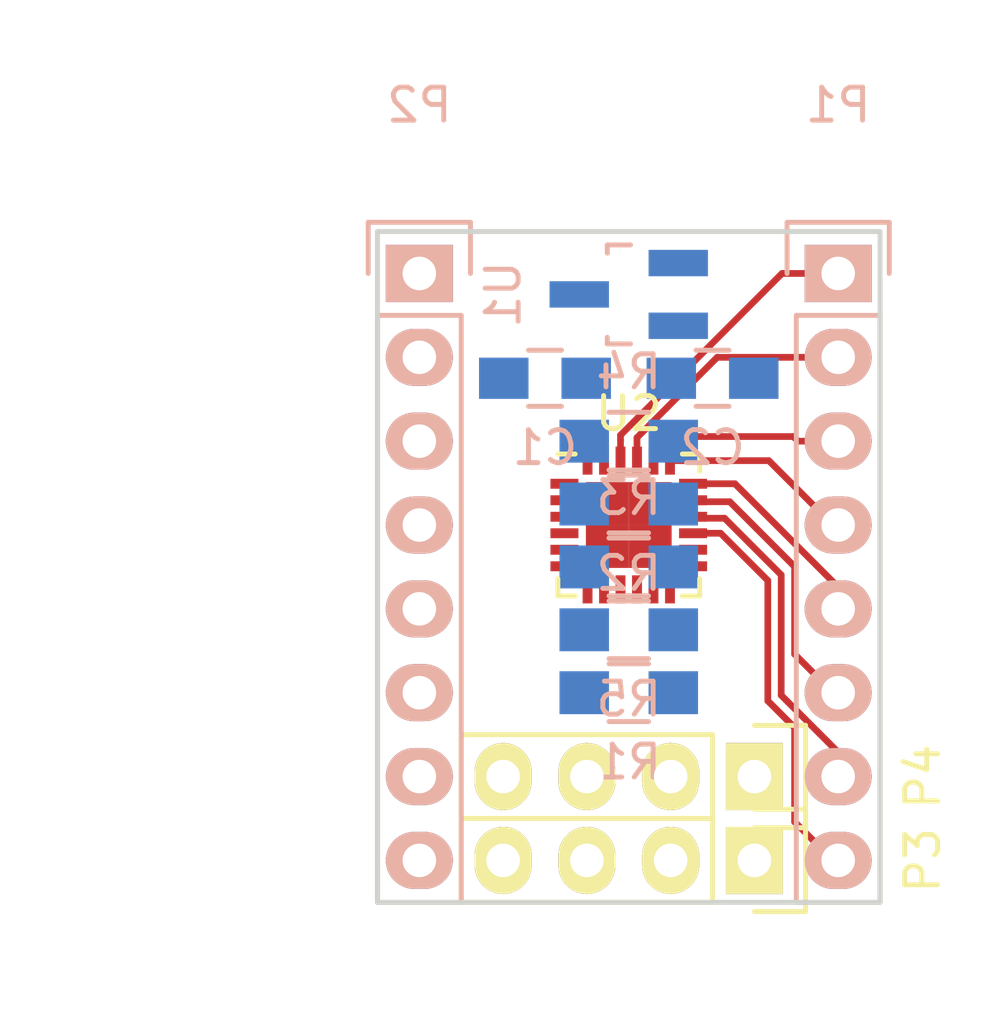
<source format=kicad_pcb>
(kicad_pcb (version 4) (host pcbnew 4.0.1-stable)

  (general
    (links 43)
    (no_connects 35)
    (area 114.884287 88.59 144.811534 119.411533)
    (thickness 1.6)
    (drawings 6)
    (tracks 42)
    (zones 0)
    (modules 13)
    (nets 27)
  )

  (page A4)
  (layers
    (0 F.Cu signal)
    (31 B.Cu signal)
    (32 B.Adhes user)
    (33 F.Adhes user)
    (34 B.Paste user)
    (35 F.Paste user)
    (36 B.SilkS user)
    (37 F.SilkS user)
    (38 B.Mask user)
    (39 F.Mask user)
    (40 Dwgs.User user)
    (41 Cmts.User user)
    (42 Eco1.User user)
    (43 Eco2.User user)
    (44 Edge.Cuts user)
    (45 Margin user)
    (46 B.CrtYd user)
    (47 F.CrtYd user)
    (48 B.Fab user)
    (49 F.Fab user)
  )

  (setup
    (last_trace_width 0.1524)
    (trace_clearance 0.1524)
    (zone_clearance 0.508)
    (zone_45_only no)
    (trace_min 0.1524)
    (segment_width 0.2)
    (edge_width 0.15)
    (via_size 0.6858)
    (via_drill 0.3302)
    (via_min_size 0.6858)
    (via_min_drill 0.3302)
    (uvia_size 0.254)
    (uvia_drill 0.127)
    (uvias_allowed no)
    (uvia_min_size 0.254)
    (uvia_min_drill 0.127)
    (pcb_text_width 0.3)
    (pcb_text_size 1.5 1.5)
    (mod_edge_width 0.15)
    (mod_text_size 1 1)
    (mod_text_width 0.15)
    (pad_size 1.524 1.524)
    (pad_drill 0.762)
    (pad_to_mask_clearance 0.2)
    (aux_axis_origin 0 0)
    (visible_elements 7FFFF7FF)
    (pcbplotparams
      (layerselection 0x00030_80000001)
      (usegerberextensions false)
      (excludeedgelayer true)
      (linewidth 0.101600)
      (plotframeref false)
      (viasonmask false)
      (mode 1)
      (useauxorigin false)
      (hpglpennumber 1)
      (hpglpenspeed 20)
      (hpglpendiameter 15)
      (hpglpenoverlay 2)
      (psnegative false)
      (psa4output false)
      (plotreference true)
      (plotvalue true)
      (plotinvisibletext false)
      (padsonsilk false)
      (subtractmaskfromsilk false)
      (outputformat 1)
      (mirror false)
      (drillshape 1)
      (scaleselection 1)
      (outputdirectory ""))
  )

  (net 0 "")
  (net 1 /VIN)
  (net 2 GND)
  (net 3 +3V3)
  (net 4 /CS1)
  (net 5 /CS2)
  (net 6 /CS3)
  (net 7 /CS4)
  (net 8 /CS5)
  (net 9 /CS6)
  (net 10 /CS7)
  (net 11 /SDA/MISO)
  (net 12 /SCK)
  (net 13 /MOSI)
  (net 14 /CS)
  (net 15 /RESET)
  (net 16 /IRQ)
  (net 17 "Net-(R3-Pad1)")
  (net 18 "Net-(P3-Pad1)")
  (net 19 "Net-(P3-Pad2)")
  (net 20 "Net-(P3-Pad3)")
  (net 21 "Net-(P3-Pad4)")
  (net 22 "Net-(P4-Pad1)")
  (net 23 "Net-(P4-Pad2)")
  (net 24 "Net-(P4-Pad3)")
  (net 25 "Net-(P4-Pad4)")
  (net 26 /CS8)

  (net_class Default "This is the default net class."
    (clearance 0.1524)
    (trace_width 0.1524)
    (via_dia 0.6858)
    (via_drill 0.3302)
    (uvia_dia 0.254)
    (uvia_drill 0.127)
    (add_net +3V3)
    (add_net /CS)
    (add_net /CS1)
    (add_net /CS2)
    (add_net /CS3)
    (add_net /CS4)
    (add_net /CS5)
    (add_net /CS6)
    (add_net /CS7)
    (add_net /CS8)
    (add_net /IRQ)
    (add_net /MOSI)
    (add_net /RESET)
    (add_net /SCK)
    (add_net /SDA/MISO)
    (add_net /VIN)
    (add_net GND)
    (add_net "Net-(P3-Pad1)")
    (add_net "Net-(P3-Pad2)")
    (add_net "Net-(P3-Pad3)")
    (add_net "Net-(P3-Pad4)")
    (add_net "Net-(P4-Pad1)")
    (add_net "Net-(P4-Pad2)")
    (add_net "Net-(P4-Pad3)")
    (add_net "Net-(P4-Pad4)")
    (add_net "Net-(R3-Pad1)")
  )

  (module Pin_Headers:Pin_Header_Straight_1x04 (layer F.Cu) (tedit 0) (tstamp 572D26E8)
    (at 137.16 111.76 270)
    (descr "Through hole pin header")
    (tags "pin header")
    (path /572D41AF)
    (fp_text reference P4 (at 0 -5.1 270) (layer F.SilkS)
      (effects (font (size 1 1) (thickness 0.15)))
    )
    (fp_text value CONN_01X04 (at 0 -3.1 270) (layer F.Fab)
      (effects (font (size 1 1) (thickness 0.15)))
    )
    (fp_line (start -1.75 -1.75) (end -1.75 9.4) (layer F.CrtYd) (width 0.05))
    (fp_line (start 1.75 -1.75) (end 1.75 9.4) (layer F.CrtYd) (width 0.05))
    (fp_line (start -1.75 -1.75) (end 1.75 -1.75) (layer F.CrtYd) (width 0.05))
    (fp_line (start -1.75 9.4) (end 1.75 9.4) (layer F.CrtYd) (width 0.05))
    (fp_line (start -1.27 1.27) (end -1.27 8.89) (layer F.SilkS) (width 0.15))
    (fp_line (start 1.27 1.27) (end 1.27 8.89) (layer F.SilkS) (width 0.15))
    (fp_line (start 1.55 -1.55) (end 1.55 0) (layer F.SilkS) (width 0.15))
    (fp_line (start -1.27 8.89) (end 1.27 8.89) (layer F.SilkS) (width 0.15))
    (fp_line (start 1.27 1.27) (end -1.27 1.27) (layer F.SilkS) (width 0.15))
    (fp_line (start -1.55 0) (end -1.55 -1.55) (layer F.SilkS) (width 0.15))
    (fp_line (start -1.55 -1.55) (end 1.55 -1.55) (layer F.SilkS) (width 0.15))
    (pad 1 thru_hole rect (at 0 0 270) (size 2.032 1.7272) (drill 1.016) (layers *.Cu *.Mask F.SilkS)
      (net 22 "Net-(P4-Pad1)"))
    (pad 2 thru_hole oval (at 0 2.54 270) (size 2.032 1.7272) (drill 1.016) (layers *.Cu *.Mask F.SilkS)
      (net 23 "Net-(P4-Pad2)"))
    (pad 3 thru_hole oval (at 0 5.08 270) (size 2.032 1.7272) (drill 1.016) (layers *.Cu *.Mask F.SilkS)
      (net 24 "Net-(P4-Pad3)"))
    (pad 4 thru_hole oval (at 0 7.62 270) (size 2.032 1.7272) (drill 1.016) (layers *.Cu *.Mask F.SilkS)
      (net 25 "Net-(P4-Pad4)"))
    (model Pin_Headers.3dshapes/Pin_Header_Straight_1x04.wrl
      (at (xyz 0 -0.15 0))
      (scale (xyz 1 1 1))
      (rotate (xyz 0 0 90))
    )
  )

  (module Capacitors_SMD:C_0805_HandSoldering (layer B.Cu) (tedit 541A9B8D) (tstamp 572D21F1)
    (at 130.81 99.695)
    (descr "Capacitor SMD 0805, hand soldering")
    (tags "capacitor 0805")
    (path /572D3655)
    (attr smd)
    (fp_text reference C1 (at 0 2.1) (layer B.SilkS)
      (effects (font (size 1 1) (thickness 0.15)) (justify mirror))
    )
    (fp_text value C (at 0 -2.1) (layer B.Fab)
      (effects (font (size 1 1) (thickness 0.15)) (justify mirror))
    )
    (fp_line (start -2.3 1) (end 2.3 1) (layer B.CrtYd) (width 0.05))
    (fp_line (start -2.3 -1) (end 2.3 -1) (layer B.CrtYd) (width 0.05))
    (fp_line (start -2.3 1) (end -2.3 -1) (layer B.CrtYd) (width 0.05))
    (fp_line (start 2.3 1) (end 2.3 -1) (layer B.CrtYd) (width 0.05))
    (fp_line (start 0.5 0.85) (end -0.5 0.85) (layer B.SilkS) (width 0.15))
    (fp_line (start -0.5 -0.85) (end 0.5 -0.85) (layer B.SilkS) (width 0.15))
    (pad 1 smd rect (at -1.25 0) (size 1.5 1.25) (layers B.Cu B.Paste B.Mask)
      (net 1 /VIN))
    (pad 2 smd rect (at 1.25 0) (size 1.5 1.25) (layers B.Cu B.Paste B.Mask)
      (net 2 GND))
    (model Capacitors_SMD.3dshapes/C_0805_HandSoldering.wrl
      (at (xyz 0 0 0))
      (scale (xyz 1 1 1))
      (rotate (xyz 0 0 0))
    )
  )

  (module Capacitors_SMD:C_0805_HandSoldering (layer B.Cu) (tedit 541A9B8D) (tstamp 572D21F7)
    (at 135.89 99.695)
    (descr "Capacitor SMD 0805, hand soldering")
    (tags "capacitor 0805")
    (path /572D34E6)
    (attr smd)
    (fp_text reference C2 (at 0 2.1) (layer B.SilkS)
      (effects (font (size 1 1) (thickness 0.15)) (justify mirror))
    )
    (fp_text value C (at 0 -2.1) (layer B.Fab)
      (effects (font (size 1 1) (thickness 0.15)) (justify mirror))
    )
    (fp_line (start -2.3 1) (end 2.3 1) (layer B.CrtYd) (width 0.05))
    (fp_line (start -2.3 -1) (end 2.3 -1) (layer B.CrtYd) (width 0.05))
    (fp_line (start -2.3 1) (end -2.3 -1) (layer B.CrtYd) (width 0.05))
    (fp_line (start 2.3 1) (end 2.3 -1) (layer B.CrtYd) (width 0.05))
    (fp_line (start 0.5 0.85) (end -0.5 0.85) (layer B.SilkS) (width 0.15))
    (fp_line (start -0.5 -0.85) (end 0.5 -0.85) (layer B.SilkS) (width 0.15))
    (pad 1 smd rect (at -1.25 0) (size 1.5 1.25) (layers B.Cu B.Paste B.Mask)
      (net 3 +3V3))
    (pad 2 smd rect (at 1.25 0) (size 1.5 1.25) (layers B.Cu B.Paste B.Mask)
      (net 2 GND))
    (model Capacitors_SMD.3dshapes/C_0805_HandSoldering.wrl
      (at (xyz 0 0 0))
      (scale (xyz 1 1 1))
      (rotate (xyz 0 0 0))
    )
  )

  (module Resistors_SMD:R_0805_HandSoldering (layer B.Cu) (tedit 54189DEE) (tstamp 572D2215)
    (at 133.35 109.22)
    (descr "Resistor SMD 0805, hand soldering")
    (tags "resistor 0805")
    (path /572D1BEC)
    (attr smd)
    (fp_text reference R1 (at 0 2.1) (layer B.SilkS)
      (effects (font (size 1 1) (thickness 0.15)) (justify mirror))
    )
    (fp_text value 10k (at 0 -2.1) (layer B.Fab)
      (effects (font (size 1 1) (thickness 0.15)) (justify mirror))
    )
    (fp_line (start -2.4 1) (end 2.4 1) (layer B.CrtYd) (width 0.05))
    (fp_line (start -2.4 -1) (end 2.4 -1) (layer B.CrtYd) (width 0.05))
    (fp_line (start -2.4 1) (end -2.4 -1) (layer B.CrtYd) (width 0.05))
    (fp_line (start 2.4 1) (end 2.4 -1) (layer B.CrtYd) (width 0.05))
    (fp_line (start 0.6 -0.875) (end -0.6 -0.875) (layer B.SilkS) (width 0.15))
    (fp_line (start -0.6 0.875) (end 0.6 0.875) (layer B.SilkS) (width 0.15))
    (pad 1 smd rect (at -1.35 0) (size 1.5 1.3) (layers B.Cu B.Paste B.Mask)
      (net 12 /SCK))
    (pad 2 smd rect (at 1.35 0) (size 1.5 1.3) (layers B.Cu B.Paste B.Mask)
      (net 3 +3V3))
    (model Resistors_SMD.3dshapes/R_0805_HandSoldering.wrl
      (at (xyz 0 0 0))
      (scale (xyz 1 1 1))
      (rotate (xyz 0 0 0))
    )
  )

  (module Resistors_SMD:R_0805_HandSoldering (layer B.Cu) (tedit 54189DEE) (tstamp 572D221B)
    (at 133.35 103.505)
    (descr "Resistor SMD 0805, hand soldering")
    (tags "resistor 0805")
    (path /572D1BC7)
    (attr smd)
    (fp_text reference R2 (at 0 2.1) (layer B.SilkS)
      (effects (font (size 1 1) (thickness 0.15)) (justify mirror))
    )
    (fp_text value 10k (at 0 -2.1) (layer B.Fab)
      (effects (font (size 1 1) (thickness 0.15)) (justify mirror))
    )
    (fp_line (start -2.4 1) (end 2.4 1) (layer B.CrtYd) (width 0.05))
    (fp_line (start -2.4 -1) (end 2.4 -1) (layer B.CrtYd) (width 0.05))
    (fp_line (start -2.4 1) (end -2.4 -1) (layer B.CrtYd) (width 0.05))
    (fp_line (start 2.4 1) (end 2.4 -1) (layer B.CrtYd) (width 0.05))
    (fp_line (start 0.6 -0.875) (end -0.6 -0.875) (layer B.SilkS) (width 0.15))
    (fp_line (start -0.6 0.875) (end 0.6 0.875) (layer B.SilkS) (width 0.15))
    (pad 1 smd rect (at -1.35 0) (size 1.5 1.3) (layers B.Cu B.Paste B.Mask)
      (net 11 /SDA/MISO))
    (pad 2 smd rect (at 1.35 0) (size 1.5 1.3) (layers B.Cu B.Paste B.Mask)
      (net 3 +3V3))
    (model Resistors_SMD.3dshapes/R_0805_HandSoldering.wrl
      (at (xyz 0 0 0))
      (scale (xyz 1 1 1))
      (rotate (xyz 0 0 0))
    )
  )

  (module Resistors_SMD:R_0805_HandSoldering (layer B.Cu) (tedit 54189DEE) (tstamp 572D2221)
    (at 133.35 105.41 180)
    (descr "Resistor SMD 0805, hand soldering")
    (tags "resistor 0805")
    (path /572D18F6)
    (attr smd)
    (fp_text reference R3 (at 0 2.1 180) (layer B.SilkS)
      (effects (font (size 1 1) (thickness 0.15)) (justify mirror))
    )
    (fp_text value 150k (at 0 -2.1 180) (layer B.Fab)
      (effects (font (size 1 1) (thickness 0.15)) (justify mirror))
    )
    (fp_line (start -2.4 1) (end 2.4 1) (layer B.CrtYd) (width 0.05))
    (fp_line (start -2.4 -1) (end 2.4 -1) (layer B.CrtYd) (width 0.05))
    (fp_line (start -2.4 1) (end -2.4 -1) (layer B.CrtYd) (width 0.05))
    (fp_line (start 2.4 1) (end 2.4 -1) (layer B.CrtYd) (width 0.05))
    (fp_line (start 0.6 -0.875) (end -0.6 -0.875) (layer B.SilkS) (width 0.15))
    (fp_line (start -0.6 0.875) (end 0.6 0.875) (layer B.SilkS) (width 0.15))
    (pad 1 smd rect (at -1.35 0 180) (size 1.5 1.3) (layers B.Cu B.Paste B.Mask)
      (net 17 "Net-(R3-Pad1)"))
    (pad 2 smd rect (at 1.35 0 180) (size 1.5 1.3) (layers B.Cu B.Paste B.Mask)
      (net 2 GND))
    (model Resistors_SMD.3dshapes/R_0805_HandSoldering.wrl
      (at (xyz 0 0 0))
      (scale (xyz 1 1 1))
      (rotate (xyz 0 0 0))
    )
  )

  (module Resistors_SMD:R_0805_HandSoldering (layer B.Cu) (tedit 54189DEE) (tstamp 572D2227)
    (at 133.35 101.6 180)
    (descr "Resistor SMD 0805, hand soldering")
    (tags "resistor 0805")
    (path /572D19A9)
    (attr smd)
    (fp_text reference R4 (at 0 2.1 180) (layer B.SilkS)
      (effects (font (size 1 1) (thickness 0.15)) (justify mirror))
    )
    (fp_text value 10k (at 0 -2.1 180) (layer B.Fab)
      (effects (font (size 1 1) (thickness 0.15)) (justify mirror))
    )
    (fp_line (start -2.4 1) (end 2.4 1) (layer B.CrtYd) (width 0.05))
    (fp_line (start -2.4 -1) (end 2.4 -1) (layer B.CrtYd) (width 0.05))
    (fp_line (start -2.4 1) (end -2.4 -1) (layer B.CrtYd) (width 0.05))
    (fp_line (start 2.4 1) (end 2.4 -1) (layer B.CrtYd) (width 0.05))
    (fp_line (start 0.6 -0.875) (end -0.6 -0.875) (layer B.SilkS) (width 0.15))
    (fp_line (start -0.6 0.875) (end 0.6 0.875) (layer B.SilkS) (width 0.15))
    (pad 1 smd rect (at -1.35 0 180) (size 1.5 1.3) (layers B.Cu B.Paste B.Mask)
      (net 2 GND))
    (pad 2 smd rect (at 1.35 0 180) (size 1.5 1.3) (layers B.Cu B.Paste B.Mask)
      (net 15 /RESET))
    (model Resistors_SMD.3dshapes/R_0805_HandSoldering.wrl
      (at (xyz 0 0 0))
      (scale (xyz 1 1 1))
      (rotate (xyz 0 0 0))
    )
  )

  (module Resistors_SMD:R_0805_HandSoldering (layer B.Cu) (tedit 54189DEE) (tstamp 572D222D)
    (at 133.35 107.315)
    (descr "Resistor SMD 0805, hand soldering")
    (tags "resistor 0805")
    (path /572D1A9A)
    (attr smd)
    (fp_text reference R5 (at 0 2.1) (layer B.SilkS)
      (effects (font (size 1 1) (thickness 0.15)) (justify mirror))
    )
    (fp_text value 10k (at 0 -2.1) (layer B.Fab)
      (effects (font (size 1 1) (thickness 0.15)) (justify mirror))
    )
    (fp_line (start -2.4 1) (end 2.4 1) (layer B.CrtYd) (width 0.05))
    (fp_line (start -2.4 -1) (end 2.4 -1) (layer B.CrtYd) (width 0.05))
    (fp_line (start -2.4 1) (end -2.4 -1) (layer B.CrtYd) (width 0.05))
    (fp_line (start 2.4 1) (end 2.4 -1) (layer B.CrtYd) (width 0.05))
    (fp_line (start 0.6 -0.875) (end -0.6 -0.875) (layer B.SilkS) (width 0.15))
    (fp_line (start -0.6 0.875) (end 0.6 0.875) (layer B.SilkS) (width 0.15))
    (pad 1 smd rect (at -1.35 0) (size 1.5 1.3) (layers B.Cu B.Paste B.Mask)
      (net 3 +3V3))
    (pad 2 smd rect (at 1.35 0) (size 1.5 1.3) (layers B.Cu B.Paste B.Mask)
      (net 16 /IRQ))
    (model Resistors_SMD.3dshapes/R_0805_HandSoldering.wrl
      (at (xyz 0 0 0))
      (scale (xyz 1 1 1))
      (rotate (xyz 0 0 0))
    )
  )

  (module TO_SOT_Packages_SMD:SOT-23_Handsoldering (layer B.Cu) (tedit 54E9291B) (tstamp 572D222E)
    (at 133.35 97.155 270)
    (descr "SOT-23, Handsoldering")
    (tags SOT-23)
    (path /572D349B)
    (attr smd)
    (fp_text reference U1 (at 0 3.81 270) (layer B.SilkS)
      (effects (font (size 1 1) (thickness 0.15)) (justify mirror))
    )
    (fp_text value APE8865N-33-HF-3 (at 0 -3.81 270) (layer B.Fab)
      (effects (font (size 1 1) (thickness 0.15)) (justify mirror))
    )
    (fp_line (start -1.49982 -0.0508) (end -1.49982 0.65024) (layer B.SilkS) (width 0.15))
    (fp_line (start -1.49982 0.65024) (end -1.2509 0.65024) (layer B.SilkS) (width 0.15))
    (fp_line (start 1.29916 0.65024) (end 1.49982 0.65024) (layer B.SilkS) (width 0.15))
    (fp_line (start 1.49982 0.65024) (end 1.49982 -0.0508) (layer B.SilkS) (width 0.15))
    (pad 1 smd rect (at -0.95 -1.50114 270) (size 0.8001 1.80086) (layers B.Cu B.Paste B.Mask)
      (net 2 GND))
    (pad 2 smd rect (at 0.95 -1.50114 270) (size 0.8001 1.80086) (layers B.Cu B.Paste B.Mask)
      (net 3 +3V3))
    (pad 3 smd rect (at 0 1.50114 270) (size 0.8001 1.80086) (layers B.Cu B.Paste B.Mask)
      (net 1 /VIN))
    (model TO_SOT_Packages_SMD.3dshapes/SOT-23_Handsoldering.wrl
      (at (xyz 0 0 0))
      (scale (xyz 1 1 1))
      (rotate (xyz 0 0 0))
    )
  )

  (module Housings_DFN_QFN:QFN-24-1EP_4x4mm_Pitch0.5mm (layer F.Cu) (tedit 54130A77) (tstamp 572D2253)
    (at 133.35 104.14)
    (descr "24-Lead Plastic Quad Flat, No Lead Package (MJ) - 4x4x0.9 mm Body [QFN]; (see Microchip Packaging Specification 00000049BS.pdf)")
    (tags "QFN 0.5")
    (path /572D17BD)
    (attr smd)
    (fp_text reference U2 (at 0 -3.375) (layer F.SilkS)
      (effects (font (size 1 1) (thickness 0.15)))
    )
    (fp_text value CAP1188 (at 0 3.375) (layer F.Fab)
      (effects (font (size 1 1) (thickness 0.15)))
    )
    (fp_line (start -2.65 -2.65) (end -2.65 2.65) (layer F.CrtYd) (width 0.05))
    (fp_line (start 2.65 -2.65) (end 2.65 2.65) (layer F.CrtYd) (width 0.05))
    (fp_line (start -2.65 -2.65) (end 2.65 -2.65) (layer F.CrtYd) (width 0.05))
    (fp_line (start -2.65 2.65) (end 2.65 2.65) (layer F.CrtYd) (width 0.05))
    (fp_line (start 2.15 -2.15) (end 2.15 -1.625) (layer F.SilkS) (width 0.15))
    (fp_line (start -2.15 2.15) (end -2.15 1.625) (layer F.SilkS) (width 0.15))
    (fp_line (start 2.15 2.15) (end 2.15 1.625) (layer F.SilkS) (width 0.15))
    (fp_line (start -2.15 -2.15) (end -1.625 -2.15) (layer F.SilkS) (width 0.15))
    (fp_line (start -2.15 2.15) (end -1.625 2.15) (layer F.SilkS) (width 0.15))
    (fp_line (start 2.15 2.15) (end 1.625 2.15) (layer F.SilkS) (width 0.15))
    (fp_line (start 2.15 -2.15) (end 1.625 -2.15) (layer F.SilkS) (width 0.15))
    (pad 1 smd rect (at -1.95 -1.25) (size 0.85 0.3) (layers F.Cu F.Paste F.Mask)
      (net 14 /CS))
    (pad 2 smd rect (at -1.95 -0.75) (size 0.85 0.3) (layers F.Cu F.Paste F.Mask)
      (net 13 /MOSI))
    (pad 3 smd rect (at -1.95 -0.25) (size 0.85 0.3) (layers F.Cu F.Paste F.Mask)
      (net 11 /SDA/MISO))
    (pad 4 smd rect (at -1.95 0.25) (size 0.85 0.3) (layers F.Cu F.Paste F.Mask)
      (net 12 /SCK))
    (pad 5 smd rect (at -1.95 0.75) (size 0.85 0.3) (layers F.Cu F.Paste F.Mask)
      (net 25 "Net-(P4-Pad4)"))
    (pad 6 smd rect (at -1.95 1.25) (size 0.85 0.3) (layers F.Cu F.Paste F.Mask)
      (net 24 "Net-(P4-Pad3)"))
    (pad 7 smd rect (at -1.25 1.95 90) (size 0.85 0.3) (layers F.Cu F.Paste F.Mask)
      (net 23 "Net-(P4-Pad2)"))
    (pad 8 smd rect (at -0.75 1.95 90) (size 0.85 0.3) (layers F.Cu F.Paste F.Mask)
      (net 22 "Net-(P4-Pad1)"))
    (pad 9 smd rect (at -0.25 1.95 90) (size 0.85 0.3) (layers F.Cu F.Paste F.Mask)
      (net 21 "Net-(P3-Pad4)"))
    (pad 10 smd rect (at 0.25 1.95 90) (size 0.85 0.3) (layers F.Cu F.Paste F.Mask)
      (net 20 "Net-(P3-Pad3)"))
    (pad 11 smd rect (at 0.75 1.95 90) (size 0.85 0.3) (layers F.Cu F.Paste F.Mask)
      (net 19 "Net-(P3-Pad2)"))
    (pad 12 smd rect (at 1.25 1.95 90) (size 0.85 0.3) (layers F.Cu F.Paste F.Mask)
      (net 18 "Net-(P3-Pad1)"))
    (pad 13 smd rect (at 1.95 1.25) (size 0.85 0.3) (layers F.Cu F.Paste F.Mask)
      (net 16 /IRQ))
    (pad 14 smd rect (at 1.95 0.75) (size 0.85 0.3) (layers F.Cu F.Paste F.Mask)
      (net 17 "Net-(R3-Pad1)"))
    (pad 15 smd rect (at 1.95 0.25) (size 0.85 0.3) (layers F.Cu F.Paste F.Mask)
      (net 26 /CS8))
    (pad 16 smd rect (at 1.95 -0.25) (size 0.85 0.3) (layers F.Cu F.Paste F.Mask)
      (net 10 /CS7))
    (pad 17 smd rect (at 1.95 -0.75) (size 0.85 0.3) (layers F.Cu F.Paste F.Mask)
      (net 9 /CS6))
    (pad 18 smd rect (at 1.95 -1.25) (size 0.85 0.3) (layers F.Cu F.Paste F.Mask)
      (net 8 /CS5))
    (pad 19 smd rect (at 1.25 -1.95 90) (size 0.85 0.3) (layers F.Cu F.Paste F.Mask)
      (net 7 /CS4))
    (pad 20 smd rect (at 0.75 -1.95 90) (size 0.85 0.3) (layers F.Cu F.Paste F.Mask)
      (net 6 /CS3))
    (pad 21 smd rect (at 0.25 -1.95 90) (size 0.85 0.3) (layers F.Cu F.Paste F.Mask)
      (net 5 /CS2))
    (pad 22 smd rect (at -0.25 -1.95 90) (size 0.85 0.3) (layers F.Cu F.Paste F.Mask)
      (net 4 /CS1))
    (pad 23 smd rect (at -0.75 -1.95 90) (size 0.85 0.3) (layers F.Cu F.Paste F.Mask)
      (net 3 +3V3))
    (pad 24 smd rect (at -1.25 -1.95 90) (size 0.85 0.3) (layers F.Cu F.Paste F.Mask)
      (net 15 /RESET))
    (pad 25 smd rect (at 0.65 0.65) (size 1.3 1.3) (layers F.Cu F.Paste F.Mask)
      (net 2 GND) (solder_paste_margin_ratio -0.2))
    (pad 25 smd rect (at 0.65 -0.65) (size 1.3 1.3) (layers F.Cu F.Paste F.Mask)
      (net 2 GND) (solder_paste_margin_ratio -0.2))
    (pad 25 smd rect (at -0.65 0.65) (size 1.3 1.3) (layers F.Cu F.Paste F.Mask)
      (net 2 GND) (solder_paste_margin_ratio -0.2))
    (pad 25 smd rect (at -0.65 -0.65) (size 1.3 1.3) (layers F.Cu F.Paste F.Mask)
      (net 2 GND) (solder_paste_margin_ratio -0.2))
    (model Housings_DFN_QFN.3dshapes/QFN-24-1EP_4x4mm_Pitch0.5mm.wrl
      (at (xyz 0 0 0))
      (scale (xyz 1 1 1))
      (rotate (xyz 0 0 0))
    )
  )

  (module Pin_Headers:Pin_Header_Straight_1x08 (layer B.Cu) (tedit 0) (tstamp 572D26C3)
    (at 139.7 96.52 180)
    (descr "Through hole pin header")
    (tags "pin header")
    (path /572D20FA)
    (fp_text reference P1 (at 0 5.1 180) (layer B.SilkS)
      (effects (font (size 1 1) (thickness 0.15)) (justify mirror))
    )
    (fp_text value CONN_01X08 (at 0 3.1 180) (layer B.Fab)
      (effects (font (size 1 1) (thickness 0.15)) (justify mirror))
    )
    (fp_line (start -1.75 1.75) (end -1.75 -19.55) (layer B.CrtYd) (width 0.05))
    (fp_line (start 1.75 1.75) (end 1.75 -19.55) (layer B.CrtYd) (width 0.05))
    (fp_line (start -1.75 1.75) (end 1.75 1.75) (layer B.CrtYd) (width 0.05))
    (fp_line (start -1.75 -19.55) (end 1.75 -19.55) (layer B.CrtYd) (width 0.05))
    (fp_line (start 1.27 -1.27) (end 1.27 -19.05) (layer B.SilkS) (width 0.15))
    (fp_line (start 1.27 -19.05) (end -1.27 -19.05) (layer B.SilkS) (width 0.15))
    (fp_line (start -1.27 -19.05) (end -1.27 -1.27) (layer B.SilkS) (width 0.15))
    (fp_line (start 1.55 1.55) (end 1.55 0) (layer B.SilkS) (width 0.15))
    (fp_line (start 1.27 -1.27) (end -1.27 -1.27) (layer B.SilkS) (width 0.15))
    (fp_line (start -1.55 0) (end -1.55 1.55) (layer B.SilkS) (width 0.15))
    (fp_line (start -1.55 1.55) (end 1.55 1.55) (layer B.SilkS) (width 0.15))
    (pad 1 thru_hole rect (at 0 0 180) (size 2.032 1.7272) (drill 1.016) (layers *.Cu *.Mask B.SilkS)
      (net 4 /CS1))
    (pad 2 thru_hole oval (at 0 -2.54 180) (size 2.032 1.7272) (drill 1.016) (layers *.Cu *.Mask B.SilkS)
      (net 5 /CS2))
    (pad 3 thru_hole oval (at 0 -5.08 180) (size 2.032 1.7272) (drill 1.016) (layers *.Cu *.Mask B.SilkS)
      (net 6 /CS3))
    (pad 4 thru_hole oval (at 0 -7.62 180) (size 2.032 1.7272) (drill 1.016) (layers *.Cu *.Mask B.SilkS)
      (net 7 /CS4))
    (pad 5 thru_hole oval (at 0 -10.16 180) (size 2.032 1.7272) (drill 1.016) (layers *.Cu *.Mask B.SilkS)
      (net 8 /CS5))
    (pad 6 thru_hole oval (at 0 -12.7 180) (size 2.032 1.7272) (drill 1.016) (layers *.Cu *.Mask B.SilkS)
      (net 9 /CS6))
    (pad 7 thru_hole oval (at 0 -15.24 180) (size 2.032 1.7272) (drill 1.016) (layers *.Cu *.Mask B.SilkS)
      (net 10 /CS7))
    (pad 8 thru_hole oval (at 0 -17.78 180) (size 2.032 1.7272) (drill 1.016) (layers *.Cu *.Mask B.SilkS)
      (net 26 /CS8))
    (model Pin_Headers.3dshapes/Pin_Header_Straight_1x08.wrl
      (at (xyz 0 -0.35 0))
      (scale (xyz 1 1 1))
      (rotate (xyz 0 0 90))
    )
  )

  (module Pin_Headers:Pin_Header_Straight_1x08 (layer B.Cu) (tedit 0) (tstamp 572D26CE)
    (at 127 96.52 180)
    (descr "Through hole pin header")
    (tags "pin header")
    (path /572D27B6)
    (fp_text reference P2 (at 0 5.1 180) (layer B.SilkS)
      (effects (font (size 1 1) (thickness 0.15)) (justify mirror))
    )
    (fp_text value CONN_01X08 (at 0 3.1 180) (layer B.Fab)
      (effects (font (size 1 1) (thickness 0.15)) (justify mirror))
    )
    (fp_line (start -1.75 1.75) (end -1.75 -19.55) (layer B.CrtYd) (width 0.05))
    (fp_line (start 1.75 1.75) (end 1.75 -19.55) (layer B.CrtYd) (width 0.05))
    (fp_line (start -1.75 1.75) (end 1.75 1.75) (layer B.CrtYd) (width 0.05))
    (fp_line (start -1.75 -19.55) (end 1.75 -19.55) (layer B.CrtYd) (width 0.05))
    (fp_line (start 1.27 -1.27) (end 1.27 -19.05) (layer B.SilkS) (width 0.15))
    (fp_line (start 1.27 -19.05) (end -1.27 -19.05) (layer B.SilkS) (width 0.15))
    (fp_line (start -1.27 -19.05) (end -1.27 -1.27) (layer B.SilkS) (width 0.15))
    (fp_line (start 1.55 1.55) (end 1.55 0) (layer B.SilkS) (width 0.15))
    (fp_line (start 1.27 -1.27) (end -1.27 -1.27) (layer B.SilkS) (width 0.15))
    (fp_line (start -1.55 0) (end -1.55 1.55) (layer B.SilkS) (width 0.15))
    (fp_line (start -1.55 1.55) (end 1.55 1.55) (layer B.SilkS) (width 0.15))
    (pad 1 thru_hole rect (at 0 0 180) (size 2.032 1.7272) (drill 1.016) (layers *.Cu *.Mask B.SilkS)
      (net 11 /SDA/MISO))
    (pad 2 thru_hole oval (at 0 -2.54 180) (size 2.032 1.7272) (drill 1.016) (layers *.Cu *.Mask B.SilkS)
      (net 12 /SCK))
    (pad 3 thru_hole oval (at 0 -5.08 180) (size 2.032 1.7272) (drill 1.016) (layers *.Cu *.Mask B.SilkS)
      (net 1 /VIN))
    (pad 4 thru_hole oval (at 0 -7.62 180) (size 2.032 1.7272) (drill 1.016) (layers *.Cu *.Mask B.SilkS)
      (net 2 GND))
    (pad 5 thru_hole oval (at 0 -10.16 180) (size 2.032 1.7272) (drill 1.016) (layers *.Cu *.Mask B.SilkS)
      (net 13 /MOSI))
    (pad 6 thru_hole oval (at 0 -12.7 180) (size 2.032 1.7272) (drill 1.016) (layers *.Cu *.Mask B.SilkS)
      (net 14 /CS))
    (pad 7 thru_hole oval (at 0 -15.24 180) (size 2.032 1.7272) (drill 1.016) (layers *.Cu *.Mask B.SilkS)
      (net 15 /RESET))
    (pad 8 thru_hole oval (at 0 -17.78 180) (size 2.032 1.7272) (drill 1.016) (layers *.Cu *.Mask B.SilkS)
      (net 16 /IRQ))
    (model Pin_Headers.3dshapes/Pin_Header_Straight_1x08.wrl
      (at (xyz 0 -0.35 0))
      (scale (xyz 1 1 1))
      (rotate (xyz 0 0 90))
    )
  )

  (module Pin_Headers:Pin_Header_Straight_1x04 (layer F.Cu) (tedit 0) (tstamp 572D26E0)
    (at 137.16 114.3 270)
    (descr "Through hole pin header")
    (tags "pin header")
    (path /572D4218)
    (fp_text reference P3 (at 0 -5.1 270) (layer F.SilkS)
      (effects (font (size 1 1) (thickness 0.15)))
    )
    (fp_text value CONN_01X04 (at 0 -3.1 270) (layer F.Fab)
      (effects (font (size 1 1) (thickness 0.15)))
    )
    (fp_line (start -1.75 -1.75) (end -1.75 9.4) (layer F.CrtYd) (width 0.05))
    (fp_line (start 1.75 -1.75) (end 1.75 9.4) (layer F.CrtYd) (width 0.05))
    (fp_line (start -1.75 -1.75) (end 1.75 -1.75) (layer F.CrtYd) (width 0.05))
    (fp_line (start -1.75 9.4) (end 1.75 9.4) (layer F.CrtYd) (width 0.05))
    (fp_line (start -1.27 1.27) (end -1.27 8.89) (layer F.SilkS) (width 0.15))
    (fp_line (start 1.27 1.27) (end 1.27 8.89) (layer F.SilkS) (width 0.15))
    (fp_line (start 1.55 -1.55) (end 1.55 0) (layer F.SilkS) (width 0.15))
    (fp_line (start -1.27 8.89) (end 1.27 8.89) (layer F.SilkS) (width 0.15))
    (fp_line (start 1.27 1.27) (end -1.27 1.27) (layer F.SilkS) (width 0.15))
    (fp_line (start -1.55 0) (end -1.55 -1.55) (layer F.SilkS) (width 0.15))
    (fp_line (start -1.55 -1.55) (end 1.55 -1.55) (layer F.SilkS) (width 0.15))
    (pad 1 thru_hole rect (at 0 0 270) (size 2.032 1.7272) (drill 1.016) (layers *.Cu *.Mask F.SilkS)
      (net 18 "Net-(P3-Pad1)"))
    (pad 2 thru_hole oval (at 0 2.54 270) (size 2.032 1.7272) (drill 1.016) (layers *.Cu *.Mask F.SilkS)
      (net 19 "Net-(P3-Pad2)"))
    (pad 3 thru_hole oval (at 0 5.08 270) (size 2.032 1.7272) (drill 1.016) (layers *.Cu *.Mask F.SilkS)
      (net 20 "Net-(P3-Pad3)"))
    (pad 4 thru_hole oval (at 0 7.62 270) (size 2.032 1.7272) (drill 1.016) (layers *.Cu *.Mask F.SilkS)
      (net 21 "Net-(P3-Pad4)"))
    (model Pin_Headers.3dshapes/Pin_Header_Straight_1x04.wrl
      (at (xyz 0 -0.15 0))
      (scale (xyz 1 1 1))
      (rotate (xyz 0 0 90))
    )
  )

  (dimension 20.32 (width 0.3) (layer Cmts.User)
    (gr_text "0.8000 in" (at 120.57 105.41 270) (layer Cmts.User)
      (effects (font (size 1.5 1.5) (thickness 0.3)))
    )
    (feature1 (pts (xy 125.73 115.57) (xy 119.22 115.57)))
    (feature2 (pts (xy 125.73 95.25) (xy 119.22 95.25)))
    (crossbar (pts (xy 121.92 95.25) (xy 121.92 115.57)))
    (arrow1a (pts (xy 121.92 115.57) (xy 121.333579 114.443496)))
    (arrow1b (pts (xy 121.92 115.57) (xy 122.506421 114.443496)))
    (arrow2a (pts (xy 121.92 95.25) (xy 121.333579 96.376504)))
    (arrow2b (pts (xy 121.92 95.25) (xy 122.506421 96.376504)))
  )
  (dimension 15.24 (width 0.3) (layer Cmts.User)
    (gr_text "0.6000 in" (at 133.35 90.09) (layer Cmts.User)
      (effects (font (size 1.5 1.5) (thickness 0.3)))
    )
    (feature1 (pts (xy 140.97 95.25) (xy 140.97 88.74)))
    (feature2 (pts (xy 125.73 95.25) (xy 125.73 88.74)))
    (crossbar (pts (xy 125.73 91.44) (xy 140.97 91.44)))
    (arrow1a (pts (xy 140.97 91.44) (xy 139.843496 92.026421)))
    (arrow1b (pts (xy 140.97 91.44) (xy 139.843496 90.853579)))
    (arrow2a (pts (xy 125.73 91.44) (xy 126.856504 92.026421)))
    (arrow2b (pts (xy 125.73 91.44) (xy 126.856504 90.853579)))
  )
  (gr_line (start 125.73 115.57) (end 125.73 95.25) (angle 90) (layer Edge.Cuts) (width 0.15))
  (gr_line (start 140.97 115.57) (end 125.73 115.57) (angle 90) (layer Edge.Cuts) (width 0.15))
  (gr_line (start 140.97 95.25) (end 140.97 115.57) (angle 90) (layer Edge.Cuts) (width 0.15))
  (gr_line (start 125.73 95.25) (end 140.97 95.25) (angle 90) (layer Edge.Cuts) (width 0.15))

  (segment (start 133.1 101.5618) (end 133.1 102.19) (width 0.2032) (layer F.Cu) (net 4))
  (segment (start 133.1 101.416856) (end 133.1 101.5618) (width 0.2032) (layer F.Cu) (net 4))
  (segment (start 137.996856 96.52) (end 133.1 101.416856) (width 0.2032) (layer F.Cu) (net 4))
  (segment (start 139.7 96.52) (end 137.996856 96.52) (width 0.2032) (layer F.Cu) (net 4))
  (segment (start 133.6 101.5618) (end 133.6 102.19) (width 0.2032) (layer F.Cu) (net 5))
  (segment (start 133.6 101.491607) (end 133.6 101.5618) (width 0.2032) (layer F.Cu) (net 5))
  (segment (start 136.031607 99.06) (end 133.6 101.491607) (width 0.2032) (layer F.Cu) (net 5))
  (segment (start 139.7 99.06) (end 136.031607 99.06) (width 0.2032) (layer F.Cu) (net 5))
  (segment (start 134.1 101.566358) (end 134.1 102.19) (width 0.2032) (layer F.Cu) (net 6))
  (segment (start 138.340999 101.460199) (end 134.206159 101.460199) (width 0.2032) (layer F.Cu) (net 6))
  (segment (start 139.7 101.6) (end 138.4808 101.6) (width 0.2032) (layer F.Cu) (net 6))
  (segment (start 138.4808 101.6) (end 138.340999 101.460199) (width 0.2032) (layer F.Cu) (net 6))
  (segment (start 134.206159 101.460199) (end 134.1 101.566358) (width 0.2032) (layer F.Cu) (net 6))
  (segment (start 139.7 104.14) (end 139.5476 104.14) (width 0.2032) (layer F.Cu) (net 7))
  (segment (start 137.5976 102.19) (end 134.9532 102.19) (width 0.2032) (layer F.Cu) (net 7))
  (segment (start 139.5476 104.14) (end 137.5976 102.19) (width 0.2032) (layer F.Cu) (net 7))
  (segment (start 134.9532 102.19) (end 134.6 102.19) (width 0.2032) (layer F.Cu) (net 7))
  (segment (start 139.7 106.020107) (end 139.7 106.68) (width 0.2032) (layer F.Cu) (net 8))
  (segment (start 136.569893 102.89) (end 139.7 106.020107) (width 0.2032) (layer F.Cu) (net 8))
  (segment (start 135.3 102.89) (end 136.569893 102.89) (width 0.2032) (layer F.Cu) (net 8))
  (segment (start 138.37919 105.401048) (end 138.37919 108.05159) (width 0.2032) (layer F.Cu) (net 9))
  (segment (start 135.3 103.39) (end 135.3 103.435199) (width 0.2032) (layer F.Cu) (net 9))
  (segment (start 135.3 103.435199) (end 136.413341 103.435199) (width 0.2032) (layer F.Cu) (net 9))
  (segment (start 136.413341 103.435199) (end 138.37919 105.401048) (width 0.2032) (layer F.Cu) (net 9))
  (segment (start 138.37919 108.05159) (end 139.5476 109.22) (width 0.2032) (layer F.Cu) (net 9))
  (segment (start 139.5476 109.22) (end 139.7 109.22) (width 0.2032) (layer F.Cu) (net 9))
  (segment (start 135.3 103.39) (end 135.575 103.39) (width 0.2032) (layer F.Cu) (net 9))
  (segment (start 135.3 103.89) (end 135.3 103.931) (width 0.2032) (layer F.Cu) (net 10))
  (segment (start 135.3 103.931) (end 135.304199 103.935199) (width 0.2032) (layer F.Cu) (net 10))
  (segment (start 135.304199 103.935199) (end 136.256699 103.935199) (width 0.2032) (layer F.Cu) (net 10))
  (segment (start 136.256699 103.935199) (end 137.97278 105.65128) (width 0.2032) (layer F.Cu) (net 10))
  (segment (start 137.97278 105.65128) (end 137.972782 109.297563) (width 0.2032) (layer F.Cu) (net 10))
  (segment (start 137.972782 109.297563) (end 139.7 111.024781) (width 0.2032) (layer F.Cu) (net 10))
  (segment (start 139.7 111.024781) (end 139.7 111.76) (width 0.2032) (layer F.Cu) (net 10))
  (segment (start 137.16 111.76) (end 137.16 111.273642) (width 0.2032) (layer F.Cu) (net 22))
  (segment (start 137.566373 105.819623) (end 136.13675 104.39) (width 0.2032) (layer F.Cu) (net 26))
  (segment (start 136.13675 104.39) (end 135.3 104.39) (width 0.2032) (layer F.Cu) (net 26))
  (segment (start 139.7 114.3) (end 139.5476 114.3) (width 0.2032) (layer F.Cu) (net 26))
  (segment (start 139.5476 114.3) (end 138.37919 113.13159) (width 0.2032) (layer F.Cu) (net 26))
  (segment (start 138.37919 113.13159) (end 138.37919 110.278721) (width 0.2032) (layer F.Cu) (net 26))
  (segment (start 138.37919 110.278721) (end 137.566373 109.465902) (width 0.2032) (layer F.Cu) (net 26))
  (segment (start 137.566373 109.465902) (end 137.566373 105.819623) (width 0.2032) (layer F.Cu) (net 26))

)

</source>
